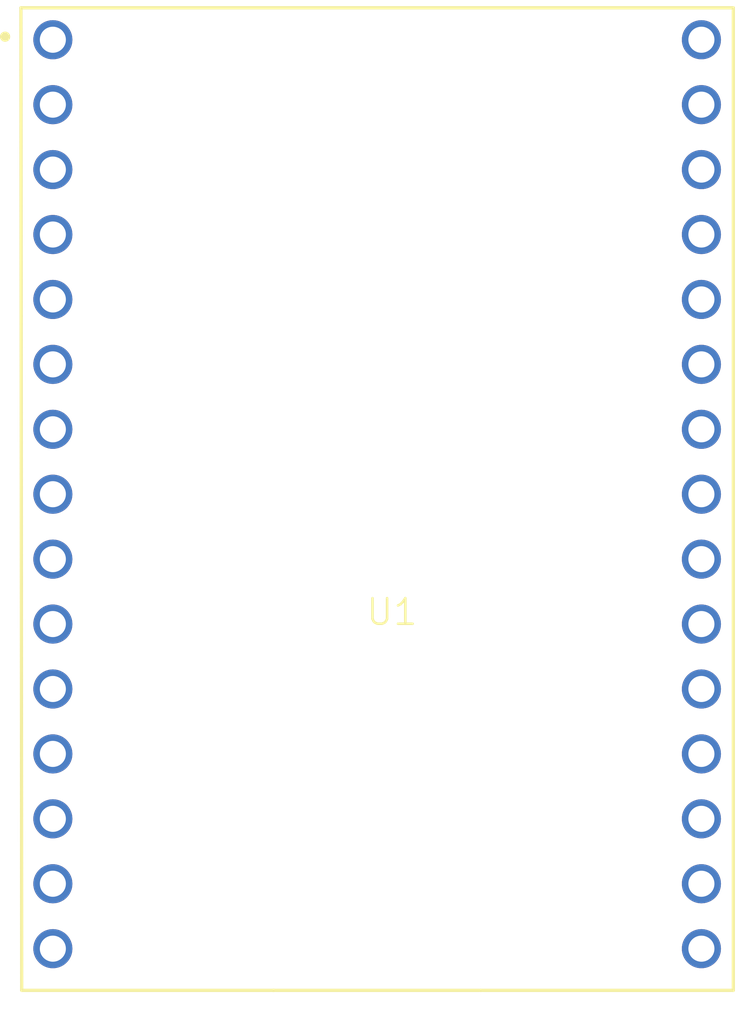
<source format=kicad_pcb>
(kicad_pcb (version 20240108) (generator "pcbnew") (generator_version "8.0")
  (layers (0 "F.Cu" signal) (31 "B.Cu" signal) (34 "B.Paste" user) (35 "F.Paste" user) (36 "B.SilkS" user "B.Silkscreen") (37 "F.SilkS" user "F.Silkscreen") (38 "B.Mask" user) (39 "F.Mask" user) (44 "Edge.Cuts" user))
  (net 0 "")
  (net 2 "SD_MOSI")
  (net 4 "DHT_22")
  (net 7 "TX2_5V")
  (net 9 "SDA")
  (net 10 "SD_SS")
  (net 11 "3.3V")
  (net 14 "TX0_5V")
  (net 16 "RX2_5V")
  (net 17 "GND")
  (net 18 "SD_MISO")
  (net 19 "SD_CLK")
  (net 20 "SCK")
  (net 22 "RX0_5V")
  (net 27 "5V")
  (net 30 "AO_MQ_135")
  (footprint "footprint_project:ESP32_DEVKIT1" (layer "F.Cu") (at 101.6 50.8)
    (property "Reference" "U1" (at -0.195 7.32 0) (layer "F.SilkS") (effects (font (thickness 0.1))))
    (property "Value" "DOIT-ESP32-DEVKIT-V1")
    (fp_line (start -14.725 -16.32) (end -14.695 22.12) (stroke (width 0.127)) (layer "F.SilkS"))
    (fp_line (start -14.695 22.12) (end -4.815 22.12) (stroke (width 0.127)) (layer "F.SilkS"))
    (fp_line (start -4.845 22.12) (end 3.285 22.12) (stroke (width 0.127)) (layer "F.SilkS"))
    (fp_line (start 3.285 22.12) (end 13.175 22.12) (stroke (width 0.127)) (layer "F.SilkS"))
    (fp_line (start 13.175 -16.32) (end -14.725 -16.32) (stroke (width 0.127)) (layer "F.SilkS"))
    (fp_line (start 13.175 22.12) (end 13.175 -16.32) (stroke (width 0.127)) (layer "F.SilkS"))
    (fp_circle (center -15.345 -15.19) (end -15.245 -15.19) (stroke (width 0.2)) (fill none) (layer "F.SilkS"))
    (pad "1" thru_hole circle (at -13.475 -15.07) (size 1.53 1.53) (drill 1.02) (layers "*.Cu" "*.Mask"))
    (pad "2" thru_hole circle (at -13.475 -12.53) (size 1.53 1.53) (drill 1.02) (layers "*.Cu" "*.Mask"))
    (pad "3" thru_hole circle (at -13.475 -9.99) (size 1.53 1.53) (drill 1.02) (layers "*.Cu" "*.Mask"))
    (pad "4" thru_hole circle (at -13.475 -7.45) (size 1.53 1.53) (drill 1.02) (layers "*.Cu" "*.Mask"))
    (pad "5" thru_hole circle (at -13.475 -4.91) (size 1.53 1.53) (drill 1.02) (layers "*.Cu" "*.Mask") (net 30 "AO_MQ_135"))
    (pad "6" thru_hole circle (at -13.475 -2.37) (size 1.53 1.53) (drill 1.02) (layers "*.Cu" "*.Mask"))
    (pad "7" thru_hole circle (at -13.475 0.17) (size 1.53 1.53) (drill 1.02) (layers "*.Cu" "*.Mask"))
    (pad "8" thru_hole circle (at -13.475 2.71) (size 1.53 1.53) (drill 1.02) (layers "*.Cu" "*.Mask"))
    (pad "9" thru_hole circle (at -13.475 5.25) (size 1.53 1.53) (drill 1.02) (layers "*.Cu" "*.Mask"))
    (pad "10" thru_hole circle (at -13.475 7.79) (size 1.53 1.53) (drill 1.02) (layers "*.Cu" "*.Mask"))
    (pad "11" thru_hole circle (at -13.475 10.33) (size 1.53 1.53) (drill 1.02) (layers "*.Cu" "*.Mask") (net 4 "DHT_22"))
    (pad "12" thru_hole circle (at -13.475 12.87) (size 1.53 1.53) (drill 1.02) (layers "*.Cu" "*.Mask"))
    (pad "13" thru_hole circle (at -13.475 15.41) (size 1.53 1.53) (drill 1.02) (layers "*.Cu" "*.Mask"))
    (pad "14" thru_hole circle (at -13.475 17.95) (size 1.53 1.53) (drill 1.02) (layers "*.Cu" "*.Mask") (net 17 "GND"))
    (pad "15" thru_hole circle (at -13.475 20.49) (size 1.53 1.53) (drill 1.02) (layers "*.Cu" "*.Mask") (net 27 "5V"))
    (pad "16" thru_hole circle (at 11.925 20.49) (size 1.53 1.53) (drill 1.02) (layers "*.Cu" "*.Mask") (net 11 "3.3V"))
    (pad "17" thru_hole circle (at 11.925 17.95) (size 1.53 1.53) (drill 1.02) (layers "*.Cu" "*.Mask"))
    (pad "18" thru_hole circle (at 11.925 15.41) (size 1.53 1.53) (drill 1.02) (layers "*.Cu" "*.Mask"))
    (pad "19" thru_hole circle (at 11.925 12.87) (size 1.53 1.53) (drill 1.02) (layers "*.Cu" "*.Mask"))
    (pad "20" thru_hole circle (at 11.925 10.33) (size 1.53 1.53) (drill 1.02) (layers "*.Cu" "*.Mask"))
    (pad "21" thru_hole circle (at 11.925 7.79) (size 1.53 1.53) (drill 1.02) (layers "*.Cu" "*.Mask") (net 16 "RX2_5V"))
    (pad "22" thru_hole circle (at 11.925 5.25) (size 1.53 1.53) (drill 1.02) (layers "*.Cu" "*.Mask") (net 7 "TX2_5V"))
    (pad "23" thru_hole circle (at 11.925 2.71) (size 1.53 1.53) (drill 1.02) (layers "*.Cu" "*.Mask") (net 10 "SD_SS"))
    (pad "24" thru_hole circle (at 11.925 0.17) (size 1.53 1.53) (drill 1.02) (layers "*.Cu" "*.Mask") (net 19 "SD_CLK"))
    (pad "25" thru_hole circle (at 11.925 -2.37) (size 1.53 1.53) (drill 1.02) (layers "*.Cu" "*.Mask") (net 18 "SD_MISO"))
    (pad "26" thru_hole circle (at 11.925 -4.91) (size 1.53 1.53) (drill 1.02) (layers "*.Cu" "*.Mask") (net 9 "SDA"))
    (pad "27" thru_hole circle (at 11.925 -7.45) (size 1.53 1.53) (drill 1.02) (layers "*.Cu" "*.Mask") (net 22 "RX0_5V"))
    (pad "28" thru_hole circle (at 11.925 -9.99) (size 1.53 1.53) (drill 1.02) (layers "*.Cu" "*.Mask") (net 14 "TX0_5V"))
    (pad "29" thru_hole circle (at 11.925 -12.53) (size 1.53 1.53) (drill 1.02) (layers "*.Cu" "*.Mask") (net 20 "SCK"))
    (pad "30" thru_hole circle (at 11.925 -15.07) (size 1.53 1.53) (drill 1.02) (layers "*.Cu" "*.Mask") (net 2 "SD_MOSI"))
  )
)
</source>
